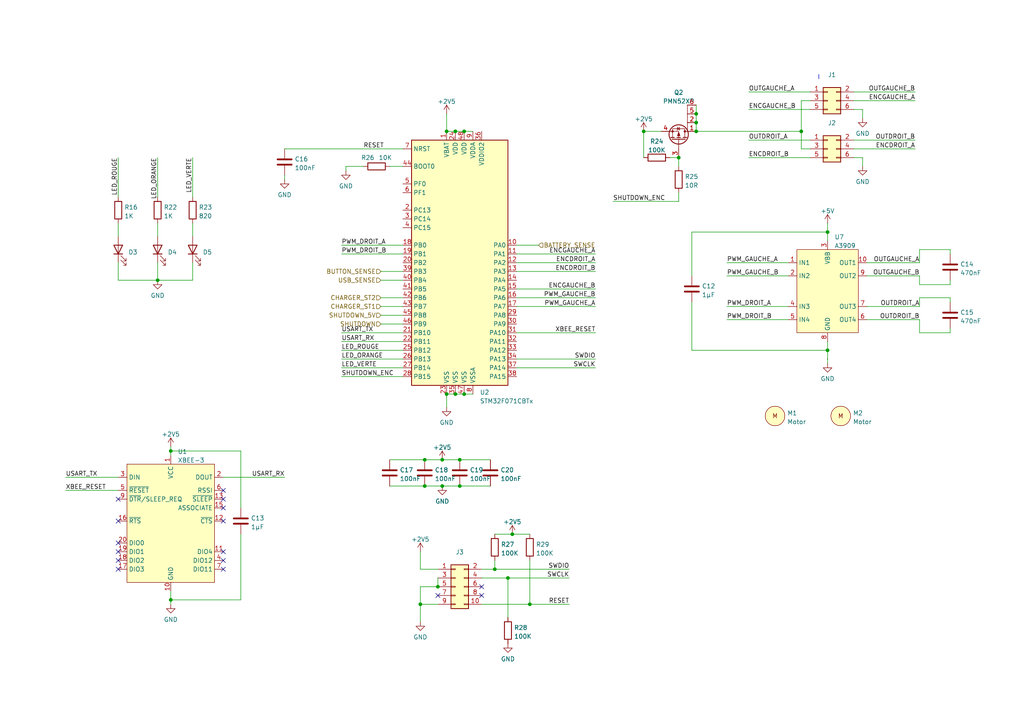
<source format=kicad_sch>
(kicad_sch (version 20211123) (generator eeschema)
  (paper "A4")
  (title_block (title "CPU + Com + Motors") (date "2022-06-08") (rev "1.0") (company "INSA - GEI"))
  (lib_symbols
    (symbol "Connector_Generic:Conn_02x03_Odd_Even" (pin_names (offset 1.016) hide)
      (property "Reference" "J" (at 1.27 5.08 0))
      (property "Value" "Conn_02x03_Odd_Even" (at 1.27 -5.08 0))
      (symbol "Conn_02x03_Odd_Even_1_1"
        (rectangle (start -1.27 -2.413) (end 0 -2.667) (stroke (width 0.1524)))
        (rectangle (start -1.27 0.127) (end 0 -0.127) (stroke (width 0.1524)))
        (rectangle (start -1.27 2.667) (end 0 2.413) (stroke (width 0.1524)))
        (rectangle (start -1.27 3.81) (end 3.81 -3.81) (stroke (width 0.254)) (fill (type background)))
        (rectangle (start 3.81 -2.413) (end 2.54 -2.667) (stroke (width 0.1524)))
        (rectangle (start 3.81 0.127) (end 2.54 -0.127) (stroke (width 0.1524)))
        (rectangle (start 3.81 2.667) (end 2.54 2.413) (stroke (width 0.1524)))
        (pin passive line (at -5.08 2.54 0) (length 3.81) (name "Pin_1") (number "1"))
        (pin passive line (at 7.62 2.54 180) (length 3.81) (name "Pin_2") (number "2"))
        (pin passive line (at -5.08 0 0) (length 3.81) (name "Pin_3") (number "3"))
        (pin passive line (at 7.62 0 180) (length 3.81) (name "Pin_4") (number "4"))
        (pin passive line (at -5.08 -2.54 0) (length 3.81) (name "Pin_5") (number "5"))
        (pin passive line (at 7.62 -2.54 180) (length 3.81) (name "Pin_6") (number "6"))
      )
    )
    (symbol "Connector_Generic:Conn_02x05_Odd_Even" (pin_names (offset 1.016) hide)
      (property "Reference" "J" (at 1.27 7.62 0))
      (property "Value" "Conn_02x05_Odd_Even" (at 1.27 -7.62 0))
      (symbol "Conn_02x05_Odd_Even_1_1"
        (rectangle (start -1.27 -4.953) (end 0 -5.207) (stroke (width 0.1524)))
        (rectangle (start -1.27 -2.413) (end 0 -2.667) (stroke (width 0.1524)))
        (rectangle (start -1.27 0.127) (end 0 -0.127) (stroke (width 0.1524)))
        (rectangle (start -1.27 2.667) (end 0 2.413) (stroke (width 0.1524)))
        (rectangle (start -1.27 5.207) (end 0 4.953) (stroke (width 0.1524)))
        (rectangle (start -1.27 6.35) (end 3.81 -6.35) (stroke (width 0.254)) (fill (type background)))
        (rectangle (start 3.81 -4.953) (end 2.54 -5.207) (stroke (width 0.1524)))
        (rectangle (start 3.81 -2.413) (end 2.54 -2.667) (stroke (width 0.1524)))
        (rectangle (start 3.81 0.127) (end 2.54 -0.127) (stroke (width 0.1524)))
        (rectangle (start 3.81 2.667) (end 2.54 2.413) (stroke (width 0.1524)))
        (rectangle (start 3.81 5.207) (end 2.54 4.953) (stroke (width 0.1524)))
        (pin passive line (at -5.08 5.08 0) (length 3.81) (name "Pin_1") (number "1"))
        (pin passive line (at 7.62 -5.08 180) (length 3.81) (name "Pin_10") (number "10"))
        (pin passive line (at 7.62 5.08 180) (length 3.81) (name "Pin_2") (number "2"))
        (pin passive line (at -5.08 2.54 0) (length 3.81) (name "Pin_3") (number "3"))
        (pin passive line (at 7.62 2.54 180) (length 3.81) (name "Pin_4") (number "4"))
        (pin passive line (at -5.08 0 0) (length 3.81) (name "Pin_5") (number "5"))
        (pin passive line (at 7.62 0 180) (length 3.81) (name "Pin_6") (number "6"))
        (pin passive line (at -5.08 -2.54 0) (length 3.81) (name "Pin_7") (number "7"))
        (pin passive line (at 7.62 -2.54 180) (length 3.81) (name "Pin_8") (number "8"))
        (pin passive line (at -5.08 -5.08 0) (length 3.81) (name "Pin_9") (number "9"))
      )
    )
    (symbol "Device:C" (pin_numbers hide) (pin_names (offset 0.254))
      (property "Reference" "C" (at 0.635 2.54 0))
      (property "Value" "C" (at 0.635 -2.54 0))
      (symbol "C_0_1"
        (polyline (pts (xy -2.032 -0.762) (xy 2.032 -0.762)) (stroke (width 0.508)))
        (polyline (pts (xy -2.032 0.762) (xy 2.032 0.762)) (stroke (width 0.508)))
      )
      (symbol "C_1_1"
        (pin passive line (at 0 3.81 270) (length 2.794) (name "~") (number "1"))
        (pin passive line (at 0 -3.81 90) (length 2.794) (name "~") (number "2"))
      )
    )
    (symbol "Device:LED" (pin_numbers hide) (pin_names (offset 1.016) hide)
      (property "Reference" "D" (at 0 2.54 0))
      (property "Value" "LED" (at 0 -2.54 0))
      (symbol "LED_0_1"
        (polyline (pts (xy -1.27 -1.27) (xy -1.27 1.27)) (stroke (width 0.254)))
        (polyline (pts (xy -1.27 0) (xy 1.27 0)))
        (polyline (pts (xy 1.27 -1.27) (xy 1.27 1.27) (xy -1.27 0) (xy 1.27 -1.27)) (stroke (width 0.254)))
        (polyline (pts (xy -3.048 -0.762) (xy -4.572 -2.286) (xy -3.81 -2.286) (xy -4.572 -2.286) (xy -4.572 -1.524)))
        (polyline (pts (xy -1.778 -0.762) (xy -3.302 -2.286) (xy -2.54 -2.286) (xy -3.302 -2.286) (xy -3.302 -1.524)))
      )
      (symbol "LED_1_1"
        (pin passive line (at -3.81 0 0) (length 2.54) (name "K") (number "1"))
        (pin passive line (at 3.81 0 180) (length 2.54) (name "A") (number "2"))
      )
    )
    (symbol "Device:R" (pin_numbers hide) (pin_names (offset 0))
      (property "Reference" "R" (at 2.032 0 90))
      (property "Value" "R" (at 0 0 90))
      (symbol "R_0_1"
        (rectangle (start -1.016 -2.54) (end 1.016 2.54) (stroke (width 0.254)))
      )
      (symbol "R_1_1"
        (pin passive line (at 0 3.81 270) (length 1.27) (name "~") (number "1"))
        (pin passive line (at 0 -3.81 90) (length 1.27) (name "~") (number "2"))
      )
    )
    (symbol "Insa:A3909"
      (property "Reference" "U" (at -7.62 15.24 0))
      (property "Value" "A3909" (at 6.35 -13.97 0))
      (symbol "A3909_0_1"
        (rectangle (start -8.89 12.7) (end 8.89 -11.43) (stroke (width 0.1524)) (fill (type background)))
        (rectangle (start 0 -19.05) (end 0 -19.05) (stroke (width 0.1524)))
        (rectangle (start 0 -19.05) (end 0 -19.05) (stroke (width 0.1524)))
        (rectangle (start 0 -19.05) (end 0 -19.05) (stroke (width 0.1524)))
        (rectangle (start 0 -19.05) (end 0 -19.05) (stroke (width 0.1524)))
      )
      (symbol "A3909_1_1"
        (pin input line (at -11.43 8.89 0) (length 2.54) (name "IN1") (number "1"))
        (pin output line (at 11.43 8.89 180) (length 2.54) (name "OUT1") (number "10"))
        (pin input line (at -11.43 5.08 0) (length 2.54) (name "IN2") (number "2"))
        (pin power_in line (at 0 15.24 270) (length 2.54) (name "VBB") (number "3"))
        (pin input line (at -11.43 -3.81 0) (length 2.54) (name "IN3") (number "4"))
        (pin input line (at -11.43 -7.62 0) (length 2.54) (name "IN4") (number "5"))
        (pin output line (at 11.43 -7.62 180) (length 2.54) (name "OUT4") (number "6"))
        (pin output line (at 11.43 -3.81 180) (length 2.54) (name "OUT3") (number "7"))
        (pin power_in line (at 0 -13.97 90) (length 2.54) (name "GND") (number "8"))
        (pin output line (at 11.43 5.08 180) (length 2.54) (name "OUT2") (number "9"))
      )
    )
    (symbol "Insa:Motor"
      (property "Reference" "M" (at 0 3.81 0))
      (property "Value" "Motor" (at 0 -5.08 0))
      (symbol "Motor_0_0"
        (text "M" (at 0 0 0) (effects (font (size 1.27 1.27))))
      )
      (symbol "Motor_0_1"
        (circle (center 0 0) (radius 2.8398) (stroke (width 0.1524)) (fill (type background)))
      )
    )
    (symbol "Insa:PMN52XP" (pin_names (offset 0) hide)
      (property "Reference" "Q" (at 5.08 1.27 0))
      (property "Value" "PMN52XP" (at 5.08 -1.27 0))
      (symbol "PMN52XP_0_1"
        (polyline (pts (xy 0.254 0) (xy -2.54 0)))
        (polyline (pts (xy 0.254 1.905) (xy 0.254 -1.905)) (stroke (width 0.254)))
        (polyline (pts (xy 0.762 -1.27) (xy 0.762 -2.286)) (stroke (width 0.254)))
        (polyline (pts (xy 0.762 0.508) (xy 0.762 -0.508)) (stroke (width 0.254)))
        (polyline (pts (xy 0.762 2.286) (xy 0.762 1.27)) (stroke (width 0.254)))
        (polyline (pts (xy 10.16 2.54) (xy 5.08 2.54)) (stroke (width 0.1524)))
        (polyline (pts (xy 2.54 -2.54) (xy 2.54 0) (xy 0.762 0)))
        (polyline (pts (xy 5.08 2.54) (xy 2.54 2.54) (xy 2.54 1.778)))
        (polyline (pts (xy 0.762 1.778) (xy 3.302 1.778) (xy 3.302 -1.778) (xy 0.762 -1.778)))
        (polyline (pts (xy 2.286 0) (xy 1.27 0.381) (xy 1.27 -0.381) (xy 2.286 0)) (fill (type outline)))
        (polyline (pts (xy 2.794 -0.508) (xy 2.921 -0.381) (xy 3.683 -0.381) (xy 3.81 -0.254)))
        (polyline (pts (xy 3.302 -0.381) (xy 2.921 0.254) (xy 3.683 0.254) (xy 3.302 -0.381)))
        (circle (center 1.651 0) (radius 2.794) (stroke (width 0.254)))
        (circle (center 2.54 -1.778) (radius 0.254) (fill (type outline)))
        (circle (center 2.54 1.778) (radius 0.254) (fill (type outline)))
      )
      (symbol "PMN52XP_1_1"
        (pin passive line (at 2.54 5.08 270) (length 2.54) (name "D") (number "1"))
        (pin passive line (at 5.08 5.08 270) (length 2.54) (name "D") (number "2"))
        (pin input line (at -5.08 0 0) (length 2.54) (name "G") (number "3"))
        (pin passive line (at 2.54 -5.08 90) (length 2.54) (name "S") (number "4"))
        (pin passive line (at 7.62 5.08 270) (length 2.54) (name "D") (number "5"))
        (pin passive line (at 10.16 5.08 270) (length 2.54) (name "D") (number "6"))
      )
    )
    (symbol "Insa:XBEE-3"
      (property "Reference" "U" (at -21.59 -17.78 0))
      (property "Value" "XBEE-3" (at -21.59 -17.78 0))
      (symbol "XBEE-3_0_1"
        (rectangle (start -12.7 36.83) (end 12.7 2.54) (stroke (width 0.1524)) (fill (type background)))
      )
      (symbol "XBEE-3_1_1"
        (pin power_in line (at 0 39.37 270) (length 2.54) (name "VCC") (number "1"))
        (pin power_in line (at 0 0 90) (length 2.54) (name "GND") (number "10"))
        (pin bidirectional line (at 15.24 11.43 180) (length 2.54) (name "DIO4") (number "11"))
        (pin output line (at 15.24 20.32 180) (length 2.54) (name "~{CTS}") (number "12"))
        (pin output line (at 15.24 26.67 180) (length 2.54) (name "~{SLEEP}") (number "13"))
        (pin output line (at 15.24 24.13 180) (length 2.54) (name "ASSOCIATE") (number "15"))
        (pin input line (at -15.24 20.32 0) (length 2.54) (name "~{RTS}") (number "16"))
        (pin bidirectional line (at -15.24 6.35 0) (length 2.54) (name "DIO3") (number "17"))
        (pin bidirectional line (at -15.24 8.89 0) (length 2.54) (name "DIO2") (number "18"))
        (pin bidirectional line (at -15.24 11.43 0) (length 2.54) (name "DIO1") (number "19"))
        (pin output line (at 15.24 33.02 180) (length 2.54) (name "DOUT") (number "2"))
        (pin bidirectional line (at -15.24 13.97 0) (length 2.54) (name "DIO0") (number "20"))
        (pin input line (at -15.24 33.02 0) (length 2.54) (name "DIN") (number "3"))
        (pin bidirectional line (at 15.24 8.89 180) (length 2.54) (name "DIO12") (number "4"))
        (pin input line (at -15.24 29.21 0) (length 2.54) (name "~{RESET}") (number "5"))
        (pin output line (at 15.24 29.21 180) (length 2.54) (name "RSSI") (number "6"))
        (pin bidirectional line (at 15.24 6.35 180) (length 2.54) (name "DIO11") (number "7"))
        (pin input line (at -15.24 26.67 0) (length 2.54) (name "~{DTR}/SLEEP_REQ") (number "9"))
      )
    )
    (symbol "MCU_ST_STM32F0:STM32F071CBTx"
      (property "Reference" "U" (at -15.24 36.83 0))
      (property "Value" "STM32F071CBTx" (at 7.62 36.83 0))
      (symbol "STM32F071CBTx_0_1"
        (rectangle (start -15.24 -35.56) (end 12.7 35.56) (stroke (width 0.254)) (fill (type background)))
      )
      (symbol "STM32F071CBTx_1_1"
        (pin power_in line (at -5.08 38.1 270) (length 2.54) (name "VBAT") (number "1"))
        (pin bidirectional line (at 15.24 5.08 180) (length 2.54) (name "PA0") (number "10"))
        (pin bidirectional line (at 15.24 2.54 180) (length 2.54) (name "PA1") (number "11"))
        (pin bidirectional line (at 15.24 0 180) (length 2.54) (name "PA2") (number "12"))
        (pin bidirectional line (at 15.24 -2.54 180) (length 2.54) (name "PA3") (number "13"))
        (pin bidirectional line (at 15.24 -5.08 180) (length 2.54) (name "PA4") (number "14"))
        (pin bidirectional line (at 15.24 -7.62 180) (length 2.54) (name "PA5") (number "15"))
        (pin bidirectional line (at 15.24 -10.16 180) (length 2.54) (name "PA6") (number "16"))
        (pin bidirectional line (at 15.24 -12.7 180) (length 2.54) (name "PA7") (number "17"))
        (pin bidirectional line (at -17.78 5.08 0) (length 2.54) (name "PB0") (number "18"))
        (pin bidirectional line (at -17.78 2.54 0) (length 2.54) (name "PB1") (number "19"))
        (pin bidirectional line (at -17.78 15.24 0) (length 2.54) (name "PC13") (number "2"))
        (pin bidirectional line (at -17.78 0 0) (length 2.54) (name "PB2") (number "20"))
        (pin bidirectional line (at -17.78 -20.32 0) (length 2.54) (name "PB10") (number "21"))
        (pin bidirectional line (at -17.78 -22.86 0) (length 2.54) (name "PB11") (number "22"))
        (pin power_in line (at -5.08 -38.1 90) (length 2.54) (name "VSS") (number "23"))
        (pin power_in line (at -2.54 38.1 270) (length 2.54) (name "VDD") (number "24"))
        (pin bidirectional line (at -17.78 -25.4 0) (length 2.54) (name "PB12") (number "25"))
        (pin bidirectional line (at -17.78 -27.94 0) (length 2.54) (name "PB13") (number "26"))
        (pin bidirectional line (at -17.78 -30.48 0) (length 2.54) (name "PB14") (number "27"))
        (pin bidirectional line (at -17.78 -33.02 0) (length 2.54) (name "PB15") (number "28"))
        (pin bidirectional line (at 15.24 -15.24 180) (length 2.54) (name "PA8") (number "29"))
        (pin bidirectional line (at -17.78 12.7 0) (length 2.54) (name "PC14") (number "3"))
        (pin bidirectional line (at 15.24 -17.78 180) (length 2.54) (name "PA9") (number "30"))
        (pin bidirectional line (at 15.24 -20.32 180) (length 2.54) (name "PA10") (number "31"))
        (pin bidirectional line (at 15.24 -22.86 180) (length 2.54) (name "PA11") (number "32"))
        (pin bidirectional line (at 15.24 -25.4 180) (length 2.54) (name "PA12") (number "33"))
        (pin bidirectional line (at 15.24 -27.94 180) (length 2.54) (name "PA13") (number "34"))
        (pin power_in line (at -2.54 -38.1 90) (length 2.54) (name "VSS") (number "35"))
        (pin power_in line (at 5.08 38.1 270) (length 2.54) (name "VDDIO2") (number "36"))
        (pin bidirectional line (at 15.24 -30.48 180) (length 2.54) (name "PA14") (number "37"))
        (pin bidirectional line (at 15.24 -33.02 180) (length 2.54) (name "PA15") (number "38"))
        (pin bidirectional line (at -17.78 -2.54 0) (length 2.54) (name "PB3") (number "39"))
        (pin bidirectional line (at -17.78 10.16 0) (length 2.54) (name "PC15") (number "4"))
        (pin bidirectional line (at -17.78 -5.08 0) (length 2.54) (name "PB4") (number "40"))
        (pin bidirectional line (at -17.78 -7.62 0) (length 2.54) (name "PB5") (number "41"))
        (pin bidirectional line (at -17.78 -10.16 0) (length 2.54) (name "PB6") (number "42"))
        (pin bidirectional line (at -17.78 -12.7 0) (length 2.54) (name "PB7") (number "43"))
        (pin input line (at -17.78 27.94 0) (length 2.54) (name "BOOT0") (number "44"))
        (pin bidirectional line (at -17.78 -15.24 0) (length 2.54) (name "PB8") (number "45"))
        (pin bidirectional line (at -17.78 -17.78 0) (length 2.54) (name "PB9") (number "46"))
        (pin power_in line (at 0 -38.1 90) (length 2.54) (name "VSS") (number "47"))
        (pin power_in line (at 0 38.1 270) (length 2.54) (name "VDD") (number "48"))
        (pin input line (at -17.78 22.86 0) (length 2.54) (name "PF0") (number "5"))
        (pin input line (at -17.78 20.32 0) (length 2.54) (name "PF1") (number "6"))
        (pin input line (at -17.78 33.02 0) (length 2.54) (name "NRST") (number "7"))
        (pin power_in line (at 2.54 -38.1 90) (length 2.54) (name "VSSA") (number "8"))
        (pin power_in line (at 2.54 38.1 270) (length 2.54) (name "VDDA") (number "9"))
      )
    )
    (symbol "power:+2V5" (power) (pin_names (offset 0))
      (property "Value" "+2V5" (at 0 3.556 0))
      (symbol "+2V5_0_1"
        (polyline (pts (xy -0.762 1.27) (xy 0 2.54)))
        (polyline (pts (xy 0 0) (xy 0 2.54)))
        (polyline (pts (xy 0 2.54) (xy 0.762 1.27)))
      )
      (symbol "+2V5_1_1"
        (pin power_in line (at 0 0 90) (length 0) hide (name "+2V5") (number "1"))
      )
    )
    (symbol "power:+5V" (power) (pin_names (offset 0))
      (property "Value" "+5V" (at 0 3.556 0))
      (symbol "+5V_0_1"
        (polyline (pts (xy -0.762 1.27) (xy 0 2.54)))
        (polyline (pts (xy 0 0) (xy 0 2.54)))
        (polyline (pts (xy 0 2.54) (xy 0.762 1.27)))
      )
      (symbol "+5V_1_1"
        (pin power_in line (at 0 0 90) (length 0) hide (name "+5V") (number "1"))
      )
    )
    (symbol "power:GND" (power) (pin_names (offset 0))
      (property "Value" "GND" (at 0 -3.81 0))
      (symbol "GND_0_1"
        (polyline (pts (xy 0 0) (xy 0 -1.27) (xy 1.27 -1.27) (xy 0 -2.54) (xy -1.27 -1.27) (xy 0 -1.27)))
      )
      (symbol "GND_1_1"
        (pin power_in line (at 0 0 270) (length 0) hide (name "GND") (number "1"))
      )
    )
  )
  (junction (at 129.54 38.1))
  (junction (at 128.27 140.97))
  (junction (at 132.08 114.3))
  (junction (at 240.03 101.6))
  (junction (at 201.93 33.02))
  (junction (at 49.53 130.81))
  (junction (at 240.03 67.31))
  (junction (at 201.93 38.1))
  (junction (at 45.72 81.28))
  (junction (at 153.67 175.26))
  (junction (at 201.93 35.56))
  (junction (at 49.53 173.99))
  (junction (at 123.19 140.97))
  (junction (at 186.69 38.1))
  (junction (at 127 170.18))
  (junction (at 196.85 45.72))
  (junction (at 147.32 167.64))
  (junction (at 143.51 165.1))
  (junction (at 232.41 38.1))
  (junction (at 134.62 114.3))
  (junction (at 148.59 154.94))
  (junction (at 132.08 38.1))
  (junction (at 134.62 38.1))
  (junction (at 133.35 133.35))
  (junction (at 133.35 140.97))
  (junction (at 128.27 133.35))
  (junction (at 129.54 114.3))
  (junction (at 121.92 175.26))
  (junction (at 123.19 133.35))
  (no_connect (at 34.29 144.78))
  (no_connect (at 64.77 151.13))
  (no_connect (at 64.77 160.02))
  (no_connect (at 64.77 162.56))
  (no_connect (at 64.77 165.1))
  (no_connect (at 64.77 142.24))
  (no_connect (at 64.77 144.78))
  (no_connect (at 64.77 147.32))
  (no_connect (at 34.29 165.1))
  (no_connect (at 34.29 162.56))
  (no_connect (at 34.29 160.02))
  (no_connect (at 34.29 157.48))
  (no_connect (at 34.29 151.13))
  (no_connect (at 127 172.72))
  (no_connect (at 139.7 172.72))
  (no_connect (at 139.7 170.18))
  (wire (pts (xy 250.19 31.75) (xy 250.19 34.29)))
  (wire (pts (xy 275.59 82.55) (xy 275.59 81.28)))
  (wire (pts (xy 200.66 67.31) (xy 240.03 67.31)))
  (wire (pts (xy 99.06 71.12) (xy 116.84 71.12)))
  (wire (pts (xy 232.41 43.18) (xy 234.95 43.18)))
  (wire (pts (xy 251.46 88.9) (xy 266.7 88.9)))
  (wire (pts (xy 201.93 35.56) (xy 201.93 38.1)))
  (wire (pts (xy 201.93 30.48) (xy 201.93 33.02)))
  (wire (pts (xy 266.7 88.9) (xy 266.7 86.36)))
  (wire (pts (xy 129.54 114.3) (xy 129.54 118.11)))
  (wire (pts (xy 127 170.18) (xy 121.92 170.18)))
  (wire (pts (xy 247.65 31.75) (xy 250.19 31.75)))
  (wire (pts (xy 121.92 175.26) (xy 121.92 180.34)))
  (wire (pts (xy 113.03 133.35) (xy 123.19 133.35)))
  (wire (pts (xy 82.55 50.8) (xy 82.55 52.07)))
  (wire (pts (xy 132.08 114.3) (xy 134.62 114.3)))
  (wire (pts (xy 128.27 133.35) (xy 133.35 133.35)))
  (wire (pts (xy 19.05 142.24) (xy 34.29 142.24)))
  (wire (pts (xy 99.06 106.68) (xy 116.84 106.68)))
  (wire (pts (xy 232.41 38.1) (xy 232.41 43.18)))
  (wire (pts (xy 247.65 40.64) (xy 265.43 40.64)))
  (wire (pts (xy 200.66 80.01) (xy 200.66 67.31)))
  (wire (pts (xy 149.86 78.74) (xy 172.72 78.74)))
  (wire (pts (xy 64.77 138.43) (xy 82.55 138.43)))
  (wire (pts (xy 69.85 130.81) (xy 69.85 147.32)))
  (wire (pts (xy 99.06 104.14) (xy 116.84 104.14)))
  (wire (pts (xy 217.17 45.72) (xy 234.95 45.72)))
  (wire (pts (xy 196.85 55.88) (xy 196.85 58.42)))
  (wire (pts (xy 132.08 38.1) (xy 134.62 38.1)))
  (wire (pts (xy 149.86 83.82) (xy 172.72 83.82)))
  (wire (pts (xy 55.88 64.77) (xy 55.88 68.58)))
  (wire (pts (xy 266.7 92.71) (xy 266.7 96.52)))
  (wire (pts (xy 275.59 72.39) (xy 275.59 73.66)))
  (wire (pts (xy 275.59 95.25) (xy 275.59 96.52)))
  (wire (pts (xy 49.53 173.99) (xy 69.85 173.99)))
  (wire (pts (xy 210.82 80.01) (xy 228.6 80.01)))
  (wire (pts (xy 45.72 81.28) (xy 55.88 81.28)))
  (wire (pts (xy 148.59 154.94) (xy 153.67 154.94)))
  (wire (pts (xy 133.35 133.35) (xy 142.24 133.35)))
  (wire (pts (xy 110.49 91.44) (xy 116.84 91.44)))
  (wire (pts (xy 129.54 33.02) (xy 129.54 38.1)))
  (wire (pts (xy 127 167.64) (xy 127 170.18)))
  (wire (pts (xy 210.82 88.9) (xy 228.6 88.9)))
  (wire (pts (xy 149.86 88.9) (xy 172.72 88.9)))
  (wire (pts (xy 34.29 45.72) (xy 34.29 57.15)))
  (wire (pts (xy 153.67 175.26) (xy 165.1 175.26)))
  (wire (pts (xy 200.66 87.63) (xy 200.66 101.6)))
  (wire (pts (xy 266.7 80.01) (xy 266.7 82.55)))
  (wire (pts (xy 240.03 99.06) (xy 240.03 101.6)))
  (wire (pts (xy 149.86 96.52) (xy 172.72 96.52)))
  (wire (pts (xy 217.17 40.64) (xy 234.95 40.64)))
  (wire (pts (xy 240.03 64.77) (xy 240.03 67.31)))
  (wire (pts (xy 55.88 81.28) (xy 55.88 76.2)))
  (wire (pts (xy 201.93 33.02) (xy 201.93 35.56)))
  (wire (pts (xy 232.41 29.21) (xy 232.41 38.1)))
  (wire (pts (xy 99.06 96.52) (xy 116.84 96.52)))
  (wire (pts (xy 149.86 71.12) (xy 156.21 71.12)))
  (wire (pts (xy 149.86 104.14) (xy 172.72 104.14)))
  (wire (pts (xy 110.49 81.28) (xy 116.84 81.28)))
  (wire (pts (xy 69.85 154.94) (xy 69.85 173.99)))
  (wire (pts (xy 99.06 101.6) (xy 116.84 101.6)))
  (wire (pts (xy 128.27 140.97) (xy 133.35 140.97)))
  (wire (pts (xy 139.7 165.1) (xy 143.51 165.1)))
  (wire (pts (xy 129.54 114.3) (xy 132.08 114.3)))
  (wire (pts (xy 45.72 45.72) (xy 45.72 57.15)))
  (wire (pts (xy 247.65 26.67) (xy 265.43 26.67)))
  (wire (pts (xy 147.32 167.64) (xy 147.32 179.07)))
  (wire (pts (xy 210.82 92.71) (xy 228.6 92.71)))
  (wire (pts (xy 113.03 140.97) (xy 123.19 140.97)))
  (wire (pts (xy 247.65 45.72) (xy 250.19 45.72)))
  (wire (pts (xy 121.92 170.18) (xy 121.92 175.26)))
  (wire (pts (xy 49.53 173.99) (xy 49.53 175.26)))
  (polyline (pts (xy 237.49 21.59) (xy 237.49 22.86)))
  (wire (pts (xy 99.06 73.66) (xy 116.84 73.66)))
  (wire (pts (xy 139.7 175.26) (xy 153.67 175.26)))
  (wire (pts (xy 275.59 86.36) (xy 275.59 87.63)))
  (wire (pts (xy 110.49 88.9) (xy 116.84 88.9)))
  (wire (pts (xy 99.06 109.22) (xy 116.84 109.22)))
  (wire (pts (xy 217.17 26.67) (xy 234.95 26.67)))
  (wire (pts (xy 143.51 162.56) (xy 143.51 165.1)))
  (wire (pts (xy 250.19 45.72) (xy 250.19 48.26)))
  (wire (pts (xy 149.86 86.36) (xy 172.72 86.36)))
  (wire (pts (xy 240.03 67.31) (xy 240.03 69.85)))
  (wire (pts (xy 49.53 171.45) (xy 49.53 173.99)))
  (wire (pts (xy 251.46 76.2) (xy 266.7 76.2)))
  (wire (pts (xy 110.49 86.36) (xy 116.84 86.36)))
  (wire (pts (xy 194.31 45.72) (xy 196.85 45.72)))
  (wire (pts (xy 247.65 43.18) (xy 265.43 43.18)))
  (wire (pts (xy 217.17 31.75) (xy 234.95 31.75)))
  (wire (pts (xy 129.54 38.1) (xy 132.08 38.1)))
  (wire (pts (xy 49.53 129.54) (xy 49.53 130.81)))
  (wire (pts (xy 19.05 138.43) (xy 34.29 138.43)))
  (wire (pts (xy 55.88 45.72) (xy 55.88 57.15)))
  (wire (pts (xy 82.55 43.18) (xy 116.84 43.18)))
  (wire (pts (xy 143.51 154.94) (xy 148.59 154.94)))
  (wire (pts (xy 240.03 101.6) (xy 240.03 105.41)))
  (wire (pts (xy 143.51 165.1) (xy 165.1 165.1)))
  (wire (pts (xy 123.19 133.35) (xy 128.27 133.35)))
  (wire (pts (xy 186.69 45.72) (xy 186.69 38.1)))
  (wire (pts (xy 153.67 162.56) (xy 153.67 175.26)))
  (wire (pts (xy 149.86 76.2) (xy 172.72 76.2)))
  (wire (pts (xy 134.62 38.1) (xy 137.16 38.1)))
  (wire (pts (xy 45.72 64.77) (xy 45.72 68.58)))
  (wire (pts (xy 201.93 38.1) (xy 232.41 38.1)))
  (wire (pts (xy 210.82 76.2) (xy 228.6 76.2)))
  (wire (pts (xy 266.7 96.52) (xy 275.59 96.52)))
  (wire (pts (xy 266.7 82.55) (xy 275.59 82.55)))
  (wire (pts (xy 100.33 48.26) (xy 100.33 49.53)))
  (wire (pts (xy 266.7 76.2) (xy 266.7 72.39)))
  (wire (pts (xy 200.66 101.6) (xy 240.03 101.6)))
  (wire (pts (xy 49.53 130.81) (xy 69.85 130.81)))
  (wire (pts (xy 147.32 167.64) (xy 165.1 167.64)))
  (wire (pts (xy 45.72 76.2) (xy 45.72 81.28)))
  (wire (pts (xy 266.7 86.36) (xy 275.59 86.36)))
  (wire (pts (xy 110.49 93.98) (xy 116.84 93.98)))
  (wire (pts (xy 99.06 99.06) (xy 116.84 99.06)))
  (wire (pts (xy 34.29 64.77) (xy 34.29 68.58)))
  (wire (pts (xy 105.41 48.26) (xy 100.33 48.26)))
  (wire (pts (xy 186.69 38.1) (xy 191.77 38.1)))
  (wire (pts (xy 49.53 130.81) (xy 49.53 132.08)))
  (wire (pts (xy 110.49 78.74) (xy 116.84 78.74)))
  (wire (pts (xy 149.86 106.68) (xy 172.72 106.68)))
  (wire (pts (xy 251.46 80.01) (xy 266.7 80.01)))
  (wire (pts (xy 34.29 81.28) (xy 45.72 81.28)))
  (wire (pts (xy 247.65 29.21) (xy 265.43 29.21)))
  (wire (pts (xy 251.46 92.71) (xy 266.7 92.71)))
  (wire (pts (xy 139.7 167.64) (xy 147.32 167.64)))
  (wire (pts (xy 133.35 140.97) (xy 142.24 140.97)))
  (wire (pts (xy 149.86 73.66) (xy 172.72 73.66)))
  (wire (pts (xy 121.92 175.26) (xy 127 175.26)))
  (wire (pts (xy 121.92 160.02) (xy 121.92 165.1)))
  (wire (pts (xy 134.62 114.3) (xy 137.16 114.3)))
  (wire (pts (xy 127 165.1) (xy 121.92 165.1)))
  (wire (pts (xy 266.7 72.39) (xy 275.59 72.39)))
  (wire (pts (xy 123.19 140.97) (xy 128.27 140.97)))
  (wire (pts (xy 113.03 48.26) (xy 116.84 48.26)))
  (wire (pts (xy 34.29 76.2) (xy 34.29 81.28)))
  (wire (pts (xy 196.85 45.72) (xy 196.85 48.26)))
  (wire (pts (xy 177.8 58.42) (xy 196.85 58.42)))
  (wire (pts (xy 232.41 29.21) (xy 234.95 29.21)))
  (label "ENCDROIT_B" (at 172.72 78.74 180))
  (label "USART_TX" (at 19.05 138.43 0))
  (label "SHUTDOWN_ENC" (at 99.06 109.22 0))
  (label "PWM_DROIT_B" (at 210.82 92.71 0))
  (label "PWM_DROIT_A" (at 210.82 88.9 0))
  (label "USART_RX" (at 99.06 99.06 0))
  (label "PWM_GAUCHE_A" (at 210.82 76.2 0))
  (label "OUTDROIT_A" (at 217.17 40.64 0))
  (label "LED_ORANGE" (at 45.72 45.72 270))
  (label "ENCDROIT_A" (at 265.43 43.18 180))
  (label "ENCDROIT_A" (at 172.72 76.2 180))
  (label "SWCLK" (at 172.72 106.68 180))
  (label "ENCGAUCHE_A" (at 172.72 73.66 180))
  (label "PWM_DROIT_B" (at 99.06 73.66 0))
  (label "PWM_GAUCHE_B" (at 172.72 86.36 180))
  (label "OUTGAUCHE_B" (at 266.7 80.01 180))
  (label "PWM_GAUCHE_B" (at 210.82 80.01 0))
  (label "OUTGAUCHE_B" (at 265.43 26.67 180))
  (label "PWM_DROIT_A" (at 99.06 71.12 0))
  (label "USART_RX" (at 82.55 138.43 180))
  (label "USART_TX" (at 99.06 96.52 0))
  (label "ENCGAUCHE_B" (at 172.72 83.82 180))
  (label "SWCLK" (at 165.1 167.64 180))
  (label "LED_ROUGE" (at 34.29 45.72 270))
  (label "XBEE_RESET" (at 19.05 142.24 0))
  (label "XBEE_RESET" (at 172.72 96.52 180))
  (label "SHUTDOWN_ENC" (at 177.8 58.42 0))
  (label "ENCDROIT_B" (at 217.17 45.72 0))
  (label "OUTDROIT_B" (at 265.43 40.64 180))
  (label "ENCGAUCHE_B" (at 217.17 31.75 0))
  (label "OUTGAUCHE_A" (at 217.17 26.67 0))
  (label "LED_ORANGE" (at 99.06 104.14 0))
  (label "OUTGAUCHE_A" (at 266.7 76.2 180))
  (label "SWDIO" (at 172.72 104.14 180))
  (label "PWM_GAUCHE_A" (at 172.72 88.9 180))
  (label "OUTDROIT_B" (at 266.7 92.71 180))
  (label "RESET" (at 165.1 175.26 180))
  (label "LED_ROUGE" (at 99.06 101.6 0))
  (label "LED_VERTE" (at 99.06 106.68 0))
  (label "OUTDROIT_A" (at 266.7 88.9 180))
  (label "LED_VERTE" (at 55.88 45.72 270))
  (label "ENCGAUCHE_A" (at 265.43 29.21 180))
  (label "SWDIO" (at 165.1 165.1 180))
  (label "RESET" (at 105.41 43.18 0))
  (hierarchical_label "CHARGER_ST1" (shape input) (at 110.49 88.9 180))
  (hierarchical_label "USB_SENSE" (shape input) (at 110.49 81.28 180))
  (hierarchical_label "SHUTDOWN" (shape input) (at 110.49 93.98 180))
  (hierarchical_label "BATTERY_SENSE" (shape input) (at 156.21 71.12 0))
  (hierarchical_label "BUTTON_SENSE" (shape input) (at 110.49 78.74 180))
  (hierarchical_label "SHUTDOWN_5V" (shape input) (at 110.49 91.44 180))
  (hierarchical_label "CHARGER_ST2" (shape input) (at 110.49 86.36 180))
  (symbol (lib_id "power:GND") (at 100.33 49.53 0) (unit 1)
    (property "Reference" "#PWR030" (effects hide))
    (property "Value" "GND" (at 100.33 53.9734 0))
  )
  (symbol (lib_id "Device:C") (at 275.59 77.47 0) (unit 1)
    (property "Reference" "C14" (at 278.511 76.6353 0) (effects (justify left)))
    (property "Value" "470nF" (at 278.511 79.1722 0) (effects (justify left)))
    (property "Footprint" "Capacitor_SMD:C_0805_2012Metric" (effects hide))
  )
  (symbol (lib_id "power:GND") (at 147.32 186.69 0) (unit 1)
    (property "Reference" "#PWR033" (effects hide))
    (property "Value" "GND" (at 147.32 191.1334 0))
  )
  (symbol (lib_id "power:+2V5") (at 49.53 129.54 0) (unit 1)
    (property "Reference" "#PWR0103" (effects hide))
    (property "Value" "+2V5" (at 49.53 125.9642 0))
  )
  (symbol (lib_id "power:GND") (at 240.03 105.41 0) (unit 1)
    (property "Reference" "#PWR0106" (effects hide))
    (property "Value" "GND" (at 240.03 109.8534 0))
  )
  (symbol (lib_id "Device:C") (at 200.66 83.82 0) (unit 1)
    (property "Reference" "C12" (at 203.581 82.9853 0) (effects (justify left)))
    (property "Value" "1µF" (at 203.581 85.5222 0) (effects (justify left)))
    (property "Footprint" "Capacitor_SMD:C_0805_2012Metric" (effects hide))
  )
  (symbol (lib_id "Device:C") (at 113.03 137.16 0) (unit 1)
    (property "Reference" "C17" (at 115.951 136.3253 0) (effects (justify left)))
    (property "Value" "100nF" (at 115.951 138.8622 0) (effects (justify left)))
    (property "Footprint" "Capacitor_SMD:C_0805_2012Metric" (effects hide))
  )
  (symbol (lib_id "Device:C") (at 275.59 91.44 0) (unit 1)
    (property "Reference" "C15" (at 278.511 90.6053 0) (effects (justify left)))
    (property "Value" "470nF" (at 278.511 93.1422 0) (effects (justify left)))
    (property "Footprint" "Capacitor_SMD:C_0805_2012Metric" (effects hide))
  )
  (symbol (lib_id "Device:LED") (at 45.72 72.39 90) (unit 1)
    (property "Reference" "D4" (at 48.641 73.1428 90) (effects (justify right)))
    (property "Value" "LED" (effects hide))
    (property "Footprint" "Diode_SMD:D_0805_2012Metric" (effects hide))
  )
  (symbol (lib_id "power:GND") (at 49.53 175.26 0) (unit 1)
    (property "Reference" "#PWR0101" (effects hide))
    (property "Value" "GND" (at 49.53 179.7034 0))
  )
  (symbol (lib_id "Device:C") (at 69.85 151.13 0) (unit 1)
    (property "Reference" "C13" (at 72.771 150.2953 0) (effects (justify left)))
    (property "Value" "1µF" (at 72.771 152.8322 0) (effects (justify left)))
    (property "Footprint" "Capacitor_SMD:C_0805_2012Metric" (effects hide))
  )
  (symbol (lib_id "Device:LED") (at 34.29 72.39 90) (unit 1)
    (property "Reference" "D3" (at 37.211 73.1428 90) (effects (justify right)))
    (property "Value" "LED" (effects hide))
    (property "Footprint" "Diode_SMD:D_0805_2012Metric" (effects hide))
  )
  (symbol (lib_id "power:+5V") (at 240.03 64.77 0) (unit 1)
    (property "Reference" "#PWR024" (effects hide))
    (property "Value" "+5V" (at 240.03 61.1942 0))
  )
  (symbol (lib_id "Device:R") (at 153.67 158.75 0) (unit 1)
    (property "Reference" "R29" (at 155.448 157.9153 0) (effects (justify left)))
    (property "Value" "100K" (at 155.448 160.4522 0) (effects (justify left)))
    (property "Footprint" "Resistor_SMD:R_0805_2012Metric" (effects hide))
  )
  (symbol (lib_id "power:GND") (at 250.19 48.26 0) (unit 1)
    (property "Reference" "#PWR023" (effects hide))
    (property "Value" "GND" (at 250.19 52.7034 0))
  )
  (symbol (lib_id "Device:C") (at 142.24 137.16 0) (unit 1)
    (property "Reference" "C20" (at 145.161 136.3253 0) (effects (justify left)))
    (property "Value" "100nF" (at 145.161 138.8622 0) (effects (justify left)))
    (property "Footprint" "Capacitor_SMD:C_0805_2012Metric" (effects hide))
  )
  (symbol (lib_id "Device:R") (at 34.29 60.96 0) (unit 1)
    (property "Reference" "R16" (at 36.068 60.1253 0) (effects (justify left)))
    (property "Value" "1K" (at 36.068 62.6622 0) (effects (justify left)))
    (property "Footprint" "Resistor_SMD:R_0805_2012Metric" (effects hide))
  )
  (symbol (lib_id "Device:C") (at 82.55 46.99 0) (unit 1)
    (property "Reference" "C16" (at 85.471 46.1553 0) (effects (justify left)))
    (property "Value" "100nF" (at 85.471 48.6922 0) (effects (justify left)))
    (property "Footprint" "Capacitor_SMD:C_0805_2012Metric" (effects hide))
  )
  (symbol (lib_id "Device:R") (at 45.72 60.96 0) (unit 1)
    (property "Reference" "R22" (at 47.498 60.1253 0) (effects (justify left)))
    (property "Value" "1K" (at 47.498 62.6622 0) (effects (justify left)))
    (property "Footprint" "Resistor_SMD:R_0805_2012Metric" (effects hide))
  )
  (symbol (lib_id "power:GND") (at 82.55 52.07 0) (unit 1)
    (property "Reference" "#PWR028" (effects hide))
    (property "Value" "GND" (at 82.55 56.5134 0))
  )
  (symbol (lib_id "power:GND") (at 250.19 34.29 0) (unit 1)
    (property "Reference" "#PWR0104" (effects hide))
    (property "Value" "GND" (at 250.19 38.7334 0))
  )
  (symbol (lib_id "power:+2V5") (at 128.27 133.35 0) (unit 1)
    (property "Reference" "#PWR0109" (effects hide))
    (property "Value" "+2V5" (at 128.27 129.7742 0))
  )
  (symbol (lib_id "power:GND") (at 121.92 180.34 0) (unit 1)
    (property "Reference" "#PWR032" (effects hide))
    (property "Value" "GND" (at 121.92 184.7834 0))
  )
  (symbol (lib_id "Device:R") (at 109.22 48.26 90) (unit 1)
    (property "Reference" "R26" (at 106.68 45.72 90))
    (property "Value" "10K" (at 111.76 45.72 90))
    (property "Footprint" "Resistor_SMD:R_0805_2012Metric" (effects hide))
  )
  (symbol (lib_id "Device:LED") (at 55.88 72.39 90) (unit 1)
    (property "Reference" "D5" (at 58.801 73.1428 90) (effects (justify right)))
    (property "Value" "LED" (effects hide))
    (property "Footprint" "Diode_SMD:D_0805_2012Metric" (effects hide))
  )
  (symbol (lib_id "power:+2V5") (at 121.92 160.02 0) (unit 1)
    (property "Reference" "#PWR031" (effects hide))
    (property "Value" "+2V5" (at 121.92 156.4442 0))
  )
  (symbol (lib_id "power:+2V5") (at 148.59 154.94 0) (unit 1)
    (property "Reference" "#PWR034" (effects hide))
    (property "Value" "+2V5" (at 148.59 151.3642 0))
  )
  (symbol (lib_id "Device:R") (at 55.88 60.96 0) (unit 1)
    (property "Reference" "R23" (at 57.658 60.1253 0) (effects (justify left)))
    (property "Value" "820" (at 57.658 62.6622 0) (effects (justify left)))
    (property "Footprint" "Resistor_SMD:R_0805_2012Metric" (effects hide))
  )
  (symbol (lib_id "Device:C") (at 133.35 137.16 0) (unit 1)
    (property "Reference" "C19" (at 136.271 136.3253 0) (effects (justify left)))
    (property "Value" "100nF" (at 136.271 138.8622 0) (effects (justify left)))
    (property "Footprint" "Capacitor_SMD:C_0805_2012Metric" (effects hide))
  )
  (symbol (lib_id "Insa:XBEE-3") (at 49.53 171.45 0) (unit 1)
    (property "Reference" "U1" (at 51.5494 130.971 0) (effects (justify left)))
    (property "Value" "XBEE-3" (at 51.5494 133.5079 0) (effects (justify left)))
    (property "Footprint" "INSA:XBEE-3-TH" (effects hide))
  )
  (symbol (lib_id "MCU_ST_STM32F0:STM32F071CBTx") (at 134.62 76.2 0) (unit 1)
    (property "Reference" "U2" (at 139.1794 113.7904 0) (effects (justify left)))
    (property "Value" "STM32F071CBTx" (at 139.1794 116.3273 0) (effects (justify left)))
    (property "Footprint" "Package_QFP:LQFP-48_7x7mm_P0.5mm" (effects hide))
    (property "Datasheet" "http://www.st.com/st-web-ui/static/active/en/resource/technical/document/datasheet/DM00098745.pdf" (effects hide))
  )
  (symbol (lib_id "Connector_Generic:Conn_02x03_Odd_Even") (at 240.03 29.21 0) (unit 1)
    (property "Reference" "J1" (at 241.3 21.7002 0))
    (property "Value" "Conn_02x03_Odd_Even" (effects hide))
    (property "Footprint" "Connector_IDC:IDC-Header_2x03_P2.54mm_Vertical" (effects hide))
  )
  (symbol (lib_id "Device:R") (at 190.5 45.72 90) (unit 1)
    (property "Reference" "R24" (at 190.5 41.0042 90))
    (property "Value" "100K" (at 190.5 43.5411 90))
    (property "Footprint" "Resistor_SMD:R_0805_2012Metric" (effects hide))
  )
  (symbol (lib_id "power:GND") (at 45.72 81.28 0) (unit 1)
    (property "Reference" "#PWR0102" (effects hide))
    (property "Value" "GND" (at 45.72 85.7234 0))
  )
  (symbol (lib_id "Insa:Motor") (at 224.79 120.65 0) (unit 1)
    (property "Reference" "M1" (at 228.341 119.8153 0) (effects (justify left)))
    (property "Value" "Motor" (at 228.341 122.3522 0) (effects (justify left)))
    (property "Footprint" "INSA:Motor Pololu HPCB with encoder" (effects hide))
  )
  (symbol (lib_id "Insa:PMN52XP") (at 196.85 40.64 270) (mirror x) (unit 1)
    (property "Reference" "Q2" (at 196.85 26.831 90))
    (property "Value" "PMN52XP" (at 196.85 29.3679 90))
    (property "Footprint" "Package_SO:TSOP-6_1.65x3.05mm_P0.95mm" (effects hide))
  )
  (symbol (lib_id "Device:R") (at 147.32 182.88 0) (unit 1)
    (property "Reference" "R28" (at 149.098 182.0453 0) (effects (justify left)))
    (property "Value" "100K" (at 149.098 184.5822 0) (effects (justify left)))
    (property "Footprint" "Resistor_SMD:R_0805_2012Metric" (effects hide))
  )
  (symbol (lib_id "Insa:A3909") (at 240.03 85.09 0) (unit 1)
    (property "Reference" "U7" (at 242.0494 68.741 0) (effects (justify left)))
    (property "Value" "A3909" (at 242.0494 71.2779 0) (effects (justify left)))
    (property "Footprint" "Package_SO:SSOP-10_3.9x4.9mm_P1.00mm" (effects hide))
  )
  (symbol (lib_id "Connector_Generic:Conn_02x03_Odd_Even") (at 240.03 43.18 0) (unit 1)
    (property "Reference" "J2" (at 241.3 35.6702 0))
    (property "Value" "Conn_02x03_Odd_Even" (effects hide))
    (property "Footprint" "Connector_IDC:IDC-Header_2x03_P2.54mm_Vertical" (effects hide))
  )
  (symbol (lib_id "power:GND") (at 129.54 118.11 0) (unit 1)
    (property "Reference" "#PWR0107" (effects hide))
    (property "Value" "GND" (at 129.54 122.5534 0))
  )
  (symbol (lib_id "Device:R") (at 196.85 52.07 0) (unit 1)
    (property "Reference" "R25" (at 198.628 51.2353 0) (effects (justify left)))
    (property "Value" "10R" (at 198.628 53.7722 0) (effects (justify left)))
    (property "Footprint" "Resistor_SMD:R_0805_2012Metric" (effects hide))
  )
  (symbol (lib_id "Device:C") (at 123.19 137.16 0) (unit 1)
    (property "Reference" "C18" (at 126.111 136.3253 0) (effects (justify left)))
    (property "Value" "100nF" (at 126.111 138.8622 0) (effects (justify left)))
    (property "Footprint" "Capacitor_SMD:C_0805_2012Metric" (effects hide))
  )
  (symbol (lib_id "power:+2V5") (at 129.54 33.02 0) (unit 1)
    (property "Reference" "#PWR0108" (effects hide))
    (property "Value" "+2V5" (at 129.54 29.4442 0))
  )
  (symbol (lib_id "Device:R") (at 143.51 158.75 0) (unit 1)
    (property "Reference" "R27" (at 145.288 157.9153 0) (effects (justify left)))
    (property "Value" "100K" (at 145.288 160.4522 0) (effects (justify left)))
    (property "Footprint" "Resistor_SMD:R_0805_2012Metric" (effects hide))
  )
  (symbol (lib_id "power:GND") (at 128.27 140.97 0) (unit 1)
    (property "Reference" "#PWR0105" (effects hide))
    (property "Value" "GND" (at 128.27 145.4134 0))
  )
  (symbol (lib_id "Connector_Generic:Conn_02x05_Odd_Even") (at 132.08 170.18 0) (unit 1)
    (property "Reference" "J3" (at 133.35 160.1302 0))
    (property "Value" "Conn_02x05_Odd_Even" (effects hide))
    (property "Footprint" "Connector_PinHeader_1.27mm:PinHeader_2x05_P1.27mm_Vertical_SMD" (effects hide))
  )
  (symbol (lib_id "Insa:Motor") (at 243.84 120.65 0) (unit 1)
    (property "Reference" "M2" (at 247.391 119.8153 0) (effects (justify left)))
    (property "Value" "Motor" (at 247.391 122.3522 0) (effects (justify left)))
    (property "Footprint" "INSA:Motor Pololu HPCB with encoder" (effects hide))
  )
  (symbol (lib_id "power:+2V5") (at 186.69 38.1 0) (unit 1)
    (property "Reference" "#PWR021" (effects hide))
    (property "Value" "+2V5" (at 186.69 34.5242 0))
  )
)
</source>
